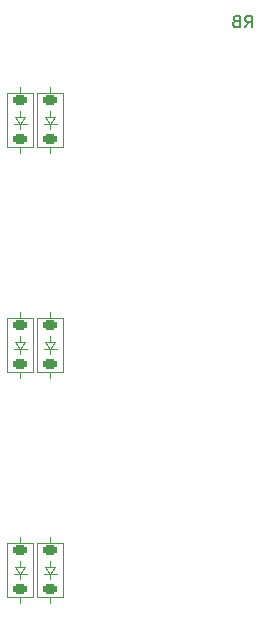
<source format=gbo>
G04 #@! TF.GenerationSoftware,KiCad,Pcbnew,7.0.5*
G04 #@! TF.CreationDate,2023-08-14T09:43:21+08:00*
G04 #@! TF.ProjectId,RB,52422e6b-6963-4616-945f-706362585858,rev?*
G04 #@! TF.SameCoordinates,Original*
G04 #@! TF.FileFunction,Legend,Bot*
G04 #@! TF.FilePolarity,Positive*
%FSLAX46Y46*%
G04 Gerber Fmt 4.6, Leading zero omitted, Abs format (unit mm)*
G04 Created by KiCad (PCBNEW 7.0.5) date 2023-08-14 09:43:21*
%MOMM*%
%LPD*%
G01*
G04 APERTURE LIST*
G04 Aperture macros list*
%AMRoundRect*
0 Rectangle with rounded corners*
0 $1 Rounding radius*
0 $2 $3 $4 $5 $6 $7 $8 $9 X,Y pos of 4 corners*
0 Add a 4 corners polygon primitive as box body*
4,1,4,$2,$3,$4,$5,$6,$7,$8,$9,$2,$3,0*
0 Add four circle primitives for the rounded corners*
1,1,$1+$1,$2,$3*
1,1,$1+$1,$4,$5*
1,1,$1+$1,$6,$7*
1,1,$1+$1,$8,$9*
0 Add four rect primitives between the rounded corners*
20,1,$1+$1,$2,$3,$4,$5,0*
20,1,$1+$1,$4,$5,$6,$7,0*
20,1,$1+$1,$6,$7,$8,$9,0*
20,1,$1+$1,$8,$9,$2,$3,0*%
%AMHorizOval*
0 Thick line with rounded ends*
0 $1 width*
0 $2 $3 position (X,Y) of the first rounded end (center of the circle)*
0 $4 $5 position (X,Y) of the second rounded end (center of the circle)*
0 Add line between two ends*
20,1,$1,$2,$3,$4,$5,0*
0 Add two circle primitives to create the rounded ends*
1,1,$1,$2,$3*
1,1,$1,$4,$5*%
%AMOutline4P*
0 Free polygon, 4 corners , with rotation*
0 The origin of the aperture is its center*
0 number of corners: always 4*
0 $1 to $8 corner X, Y*
0 $9 Rotation angle, in degrees counterclockwise*
0 create outline with 4 corners*
4,1,4,$1,$2,$3,$4,$5,$6,$7,$8,$1,$2,$9*%
G04 Aperture macros list end*
%ADD10C,0.150000*%
%ADD11C,0.120000*%
%ADD12C,0.100000*%
%ADD13O,2.200000X1.900000*%
%ADD14C,5.100000*%
%ADD15HorizOval,2.400000X-0.305164X0.457575X0.305164X-0.457575X0*%
%ADD16C,2.400000*%
%ADD17Outline4P,-1.150000X-1.200000X1.150000X-1.200000X1.150000X1.200000X-1.150000X1.200000X0.000000*%
%ADD18Outline4P,-1.200000X-1.200000X1.200000X-1.200000X1.200000X1.200000X-1.200000X1.200000X0.000000*%
%ADD19C,3.500000*%
%ADD20C,1.700000*%
%ADD21O,1.700000X1.700000*%
%ADD22RoundRect,0.425000X-0.425000X-0.425000X0.425000X-0.425000X0.425000X0.425000X-0.425000X0.425000X0*%
%ADD23R,1.600000X1.600000*%
%ADD24RoundRect,0.225000X0.375000X-0.225000X0.375000X0.225000X-0.375000X0.225000X-0.375000X-0.225000X0*%
%ADD25O,1.600000X1.600000*%
G04 APERTURE END LIST*
D10*
X150370476Y-46594819D02*
X150703809Y-46118628D01*
X150941904Y-46594819D02*
X150941904Y-45594819D01*
X150941904Y-45594819D02*
X150560952Y-45594819D01*
X150560952Y-45594819D02*
X150465714Y-45642438D01*
X150465714Y-45642438D02*
X150418095Y-45690057D01*
X150418095Y-45690057D02*
X150370476Y-45785295D01*
X150370476Y-45785295D02*
X150370476Y-45928152D01*
X150370476Y-45928152D02*
X150418095Y-46023390D01*
X150418095Y-46023390D02*
X150465714Y-46071009D01*
X150465714Y-46071009D02*
X150560952Y-46118628D01*
X150560952Y-46118628D02*
X150941904Y-46118628D01*
X149608571Y-46071009D02*
X149465714Y-46118628D01*
X149465714Y-46118628D02*
X149418095Y-46166247D01*
X149418095Y-46166247D02*
X149370476Y-46261485D01*
X149370476Y-46261485D02*
X149370476Y-46404342D01*
X149370476Y-46404342D02*
X149418095Y-46499580D01*
X149418095Y-46499580D02*
X149465714Y-46547200D01*
X149465714Y-46547200D02*
X149560952Y-46594819D01*
X149560952Y-46594819D02*
X149941904Y-46594819D01*
X149941904Y-46594819D02*
X149941904Y-45594819D01*
X149941904Y-45594819D02*
X149608571Y-45594819D01*
X149608571Y-45594819D02*
X149513333Y-45642438D01*
X149513333Y-45642438D02*
X149465714Y-45690057D01*
X149465714Y-45690057D02*
X149418095Y-45785295D01*
X149418095Y-45785295D02*
X149418095Y-45880533D01*
X149418095Y-45880533D02*
X149465714Y-45975771D01*
X149465714Y-45975771D02*
X149513333Y-46023390D01*
X149513333Y-46023390D02*
X149608571Y-46071009D01*
X149608571Y-46071009D02*
X149941904Y-46071009D01*
D11*
X131315000Y-76240000D02*
X131315000Y-75780000D01*
X130195000Y-75780000D02*
X130195000Y-71180000D01*
X132435000Y-75780000D02*
X130195000Y-75780000D01*
D12*
X131315000Y-74205600D02*
X131315000Y-73805600D01*
X131315000Y-73805600D02*
X130765000Y-73805600D01*
X131315000Y-73805600D02*
X131865000Y-73805600D01*
X131315000Y-73805600D02*
X131715000Y-73205600D01*
X130915000Y-73205600D02*
X131315000Y-73805600D01*
X131315000Y-73205600D02*
X131315000Y-72705600D01*
X131715000Y-73205600D02*
X130915000Y-73205600D01*
D11*
X130195000Y-71180000D02*
X132435000Y-71180000D01*
X132435000Y-71180000D02*
X132435000Y-75780000D01*
X131315000Y-70700000D02*
X131315000Y-71180000D01*
X133855000Y-95290000D02*
X133855000Y-94830000D01*
X132735000Y-94830000D02*
X132735000Y-90230000D01*
X134975000Y-94830000D02*
X132735000Y-94830000D01*
D12*
X133855000Y-93255600D02*
X133855000Y-92855600D01*
X133855000Y-92855600D02*
X133305000Y-92855600D01*
X133855000Y-92855600D02*
X134405000Y-92855600D01*
X133855000Y-92855600D02*
X134255000Y-92255600D01*
X133455000Y-92255600D02*
X133855000Y-92855600D01*
X133855000Y-92255600D02*
X133855000Y-91755600D01*
X134255000Y-92255600D02*
X133455000Y-92255600D01*
D11*
X132735000Y-90230000D02*
X134975000Y-90230000D01*
X134975000Y-90230000D02*
X134975000Y-94830000D01*
X133855000Y-89750000D02*
X133855000Y-90230000D01*
X131315000Y-95290000D02*
X131315000Y-94830000D01*
X130195000Y-94830000D02*
X130195000Y-90230000D01*
X132435000Y-94830000D02*
X130195000Y-94830000D01*
D12*
X131315000Y-93255600D02*
X131315000Y-92855600D01*
X131315000Y-92855600D02*
X130765000Y-92855600D01*
X131315000Y-92855600D02*
X131865000Y-92855600D01*
X131315000Y-92855600D02*
X131715000Y-92255600D01*
X130915000Y-92255600D02*
X131315000Y-92855600D01*
X131315000Y-92255600D02*
X131315000Y-91755600D01*
X131715000Y-92255600D02*
X130915000Y-92255600D01*
D11*
X130195000Y-90230000D02*
X132435000Y-90230000D01*
X132435000Y-90230000D02*
X132435000Y-94830000D01*
X131315000Y-89750000D02*
X131315000Y-90230000D01*
X131315000Y-57190000D02*
X131315000Y-56730000D01*
X130195000Y-56730000D02*
X130195000Y-52130000D01*
X132435000Y-56730000D02*
X130195000Y-56730000D01*
D12*
X131315000Y-55155600D02*
X131315000Y-54755600D01*
X131315000Y-54755600D02*
X130765000Y-54755600D01*
X131315000Y-54755600D02*
X131865000Y-54755600D01*
X131315000Y-54755600D02*
X131715000Y-54155600D01*
X130915000Y-54155600D02*
X131315000Y-54755600D01*
X131315000Y-54155600D02*
X131315000Y-53655600D01*
X131715000Y-54155600D02*
X130915000Y-54155600D01*
D11*
X130195000Y-52130000D02*
X132435000Y-52130000D01*
X132435000Y-52130000D02*
X132435000Y-56730000D01*
X131315000Y-51650000D02*
X131315000Y-52130000D01*
X133855000Y-76240000D02*
X133855000Y-75780000D01*
X132735000Y-75780000D02*
X132735000Y-71180000D01*
X134975000Y-75780000D02*
X132735000Y-75780000D01*
D12*
X133855000Y-74205600D02*
X133855000Y-73805600D01*
X133855000Y-73805600D02*
X133305000Y-73805600D01*
X133855000Y-73805600D02*
X134405000Y-73805600D01*
X133855000Y-73805600D02*
X134255000Y-73205600D01*
X133455000Y-73205600D02*
X133855000Y-73805600D01*
X133855000Y-73205600D02*
X133855000Y-72705600D01*
X134255000Y-73205600D02*
X133455000Y-73205600D01*
D11*
X132735000Y-71180000D02*
X134975000Y-71180000D01*
X134975000Y-71180000D02*
X134975000Y-75780000D01*
X133855000Y-70700000D02*
X133855000Y-71180000D01*
X133855000Y-57190000D02*
X133855000Y-56730000D01*
X132735000Y-56730000D02*
X132735000Y-52130000D01*
X134975000Y-56730000D02*
X132735000Y-56730000D01*
D12*
X133855000Y-55155600D02*
X133855000Y-54755600D01*
X133855000Y-54755600D02*
X133305000Y-54755600D01*
X133855000Y-54755600D02*
X134405000Y-54755600D01*
X133855000Y-54755600D02*
X134255000Y-54155600D01*
X133455000Y-54155600D02*
X133855000Y-54755600D01*
X133855000Y-54155600D02*
X133855000Y-53655600D01*
X134255000Y-54155600D02*
X133455000Y-54155600D01*
D11*
X132735000Y-52130000D02*
X134975000Y-52130000D01*
X134975000Y-52130000D02*
X134975000Y-56730000D01*
X133855000Y-51650000D02*
X133855000Y-52130000D01*
%LPC*%
D13*
X136810000Y-54430000D03*
D14*
X142110000Y-54430000D03*
D13*
X147410000Y-54430000D03*
D15*
X137410000Y-58680000D03*
D16*
X138300000Y-51890000D03*
X142110000Y-60330000D03*
D17*
X143410000Y-60330000D03*
D16*
X144650000Y-49330000D03*
X144710000Y-60330000D03*
D18*
X145880000Y-49330000D03*
D16*
X147110000Y-49330000D03*
D13*
X117760000Y-54430000D03*
D14*
X123060000Y-54430000D03*
D13*
X128360000Y-54430000D03*
D15*
X118360000Y-58680000D03*
D16*
X119250000Y-51890000D03*
X123060000Y-60330000D03*
D17*
X124360000Y-60330000D03*
D16*
X125600000Y-49330000D03*
X125660000Y-60330000D03*
D18*
X126830000Y-49330000D03*
D16*
X128060000Y-49330000D03*
D19*
X132585000Y-83005000D03*
X132585000Y-63955000D03*
D13*
X117760000Y-92530000D03*
D14*
X123060000Y-92530000D03*
D13*
X128360000Y-92530000D03*
D15*
X118360000Y-96780000D03*
D16*
X119250000Y-89990000D03*
X123060000Y-98430000D03*
D17*
X124360000Y-98430000D03*
D16*
X125600000Y-87430000D03*
X125660000Y-98430000D03*
D18*
X126830000Y-87430000D03*
D16*
X128060000Y-87430000D03*
D13*
X136810000Y-73480000D03*
D14*
X142110000Y-73480000D03*
D13*
X147410000Y-73480000D03*
D15*
X137410000Y-77730000D03*
D16*
X138300000Y-70940000D03*
X142110000Y-79380000D03*
D17*
X143410000Y-79380000D03*
D16*
X144650000Y-68380000D03*
X144710000Y-79380000D03*
D18*
X145880000Y-68380000D03*
D16*
X147110000Y-68380000D03*
D13*
X136810000Y-92530000D03*
D14*
X142110000Y-92530000D03*
D13*
X147410000Y-92530000D03*
D15*
X137410000Y-96780000D03*
D16*
X138300000Y-89990000D03*
X142110000Y-98430000D03*
D17*
X143410000Y-98430000D03*
D16*
X144650000Y-87430000D03*
X144710000Y-98430000D03*
D18*
X145880000Y-87430000D03*
D16*
X147110000Y-87430000D03*
D13*
X117760000Y-73480000D03*
D14*
X123060000Y-73480000D03*
D13*
X128360000Y-73480000D03*
D15*
X118360000Y-77730000D03*
D16*
X119250000Y-70940000D03*
X123060000Y-79380000D03*
D17*
X124360000Y-79380000D03*
D16*
X125600000Y-68380000D03*
X125660000Y-79380000D03*
D18*
X126830000Y-68380000D03*
D16*
X128060000Y-68380000D03*
D20*
X114900000Y-68400000D03*
D21*
X114900000Y-70940000D03*
D22*
X114900000Y-73480000D03*
X114900000Y-76020000D03*
X114900000Y-78560000D03*
D23*
X131315000Y-77280000D03*
D24*
X131315000Y-75130000D03*
X131315000Y-71830000D03*
D25*
X131315000Y-69680000D03*
D23*
X133855000Y-96330000D03*
D24*
X133855000Y-94180000D03*
X133855000Y-90880000D03*
D25*
X133855000Y-88730000D03*
D23*
X131315000Y-96330000D03*
D24*
X131315000Y-94180000D03*
X131315000Y-90880000D03*
D25*
X131315000Y-88730000D03*
D23*
X131315000Y-58230000D03*
D24*
X131315000Y-56080000D03*
X131315000Y-52780000D03*
D25*
X131315000Y-50630000D03*
D23*
X133855000Y-77280000D03*
D24*
X133855000Y-75130000D03*
X133855000Y-71830000D03*
D25*
X133855000Y-69680000D03*
D23*
X133855000Y-58230000D03*
D24*
X133855000Y-56080000D03*
X133855000Y-52780000D03*
D25*
X133855000Y-50630000D03*
%LPD*%
M02*

</source>
